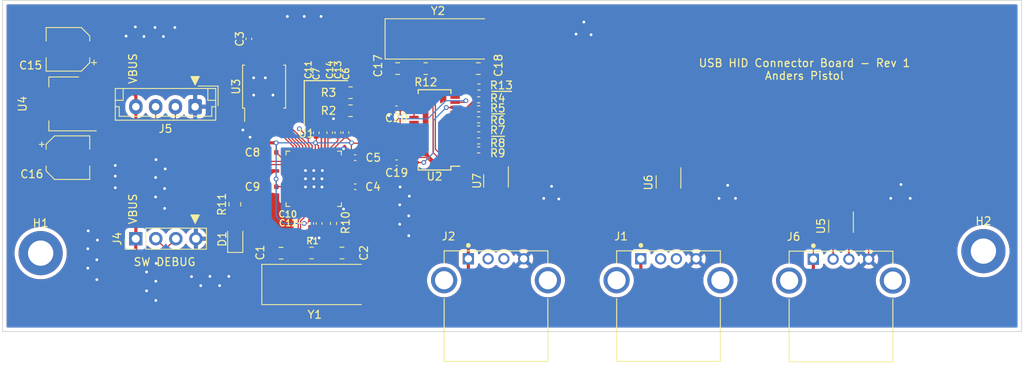
<source format=kicad_pcb>
(kicad_pcb (version 20211014) (generator pcbnew)
  (layers (0 "F.Cu" signal) (31 "B.Cu" signal) (34 "B.Paste" user) (35 "F.Paste" user) (36 "B.SilkS" user "B.Silkscreen") (37 "F.SilkS" user "F.Silkscreen") (38 "B.Mask" user) (39 "F.Mask" user) (44 "Edge.Cuts" user))
  (net 0 "")
  (net 29 "XIN")
  (net 30 "GND")
  (net 31 "Net-(C2-Pad1)")
  (net 32 "XOUT")
  (net 33 "USB_D-")
  (net 34 "USB_D+")
  (net 35 "USB_D3-")
  (net 36 "USB_D3+")
  (net 37 "USB_D2-")
  (net 38 "USB_D2+")
  (net 39 "USB_D1-")
  (net 40 "USB_D1+")
  (net 41 "RUN")
  (net 48 "+3V3")
  (net 49 "+1V1")
  (net 50 "VBUS")
  (net 51 "QSPI_SD3")
  (net 52 "QSPI_SCLK")
  (net 53 "QSPI_SD0")
  (net 54 "QSPI_SD2")
  (net 55 "QSPI_SD1")
  (net 56 "QSPI_CSN")
  (net 57 "SWCLK")
  (net 58 "SWD")
  (net 59 "Net-(C17-Pad1)")
  (net 60 "Net-(C18-Pad1)")
  (net 61 "/VD18")
  (net 62 "Net-(R12-Pad2)")
  (net 63 "Net-(R13-Pad2)")
  (net 64 "ESD_USB_D1-")
  (net 65 "ESD_USB_D1+")
  (net 66 "ESD_USB_D2-")
  (net 67 "ESD_USB_D2+")
  (net 68 "ESD_USB_D3-")
  (net 69 "ESD_USB_D3+")
  (net 72 "UART_TX")
  (net 73 "UART_RX")
  (net 74 "/D1+")
  (net 75 "/D1-")
  (net 76 "/D2+")
  (net 77 "/D2-")
  (net 78 "/D3+")
  (net 79 "/D3-")
  (net 80 "D-")
  (net 81 "D+")
  (net 85 "Net-(D1-Pad1)")
  (net 86 "STATUS_LED")
  (footprint "Connector_JST:JST_EH_B4B-EH-A_1x04_P2.50mm_Vertical" (layer "F.Cu") (at 73.914 69.596 180)
    (fp_text reference "J5")
    (fp_text value "Conn_01x04_Male")
  )
  (footprint "Package_TO_SOT_SMD:SOT-23-6" (layer "F.Cu") (at 133.858 79.121 -90)
    (fp_text reference "U6")
    (fp_text value "USBLC6-2SC6")
  )
  (footprint "Resistor_SMD:R_0402_1005Metric" (layer "F.Cu") (at 109.8204 68.7197)
    (fp_text reference "R4")
    (fp_text value "27")
  )
  (footprint "Capacitor_SMD:C_0805_2012Metric" (layer "F.Cu") (at 84.794089 88.145457 180)
    (fp_text reference "C1")
    (fp_text value "27pF")
  )
  (footprint "LED_SMD:LED_0805_2012Metric" (layer "F.Cu") (at 78.994 86.36 90)
    (fp_text reference "D1")
    (fp_text value "LED")
  )
  (footprint "Capacitor_SMD:C_0402_1005Metric" (layer "F.Cu") (at 91.9988 72.880057 90)
    (fp_text reference "C13")
    (fp_text value "1uF")
  )
  (footprint "Crystal:Crystal_SMD_HC49-SD" (layer "F.Cu") (at 89.061289 92.107857)
    (fp_text reference "Y1")
    (fp_text value "12MHz")
  )
  (footprint "Capacitor_SMD:C_0402_1005Metric" (layer "F.Cu") (at 94.1832 79.738057)
    (fp_text reference "C4")
    (fp_text value "100nF")
  )
  (footprint "Capacitor_SMD:C_0402_1005Metric" (layer "F.Cu") (at 93.0148 72.880057 90)
    (fp_text reference "C6")
    (fp_text value "100nF")
  )
  (footprint "Package_SO:SSOP-28_3.9x9.9mm_P0.635mm" (layer "F.Cu") (at 104.2324 72.5297 180)
    (fp_text reference "U2")
    (fp_text value "FE1.1s")
  )
  (footprint "Capacitor_SMD:CP_Elec_5x5.3" (layer "F.Cu") (at 57.8104 62.3316 180)
    (fp_text reference "C15")
    (fp_text value "10uF")
  )
  (footprint "Resistor_SMD:R_0805_2012Metric" (layer "F.Cu") (at 103.1118 64.77)
    (fp_text reference "R12")
    (fp_text value "1k")
  )
  (footprint "Resistor_SMD:R_0402_1005Metric" (layer "F.Cu") (at 109.8204 75.0697)
    (fp_text reference "R9")
    (fp_text value "27")
  )
  (footprint "Resistor_SMD:R_0805_2012Metric" (layer "F.Cu") (at 93.599 70.104)
    (fp_text reference "R2")
    (fp_text value "27")
  )
  (footprint "Capacitor_SMD:C_0805_2012Metric" (layer "F.Cu") (at 92.505489 88.120057)
    (fp_text reference "C2")
    (fp_text value "27pF")
  )
  (footprint "Capacitor_SMD:C_0402_1005Metric" (layer "F.Cu") (at 83.7184 75.3872 180)
    (fp_text reference "C8")
    (fp_text value "100nF")
  )
  (footprint "Capacitor_SMD:C_0402_1005Metric" (layer "F.Cu") (at 88.5444 84.3788 -90)
    (fp_text reference "C10")
    (fp_text value "100nF")
  )
  (footprint "292303-1:TE_292303-1" (layer "F.Cu") (at 130.358 88.8555)
    (fp_text reference "J1")
    (fp_text value "292303-1")
  )
  (footprint "Capacitor_SMD:C_0402_1005Metric" (layer "F.Cu") (at 90.966289 72.880057 90)
    (fp_text reference "C14")
    (fp_text value "1uF")
  )
  (footprint "292303-1:TE_292303-1" (layer "F.Cu") (at 108.514 88.8555)
    (fp_text reference "J2")
    (fp_text value "292303-1")
  )
  (footprint "Resistor_SMD:R_0402_1005Metric" (layer "F.Cu") (at 109.8204 69.8627)
    (fp_text reference "R5")
    (fp_text value "27")
  )
  (footprint "Package_TO_SOT_SMD:SOT-223-3_TabPin2" (layer "F.Cu") (at 57.3024 69.2404 180)
    (fp_text reference "U4")
    (fp_text value "AZ1117EH-3.3TRG1")
  )
  (footprint "Capacitor_SMD:C_0805_2012Metric" (layer "F.Cu") (at 109.7666 64.77)
    (fp_text reference "C18")
    (fp_text value "27pF")
  )
  (footprint "Package_SO:SOIC-8_5.23x5.23mm_P1.27mm" (layer "F.Cu") (at 82.6516 67.056 90)
    (fp_text reference "U3")
    (fp_text value "W25Q128JVS")
  )
  (footprint "Resistor_SMD:R_0402_1005Metric" (layer "F.Cu") (at 109.8204 73.9267)
    (fp_text reference "R8")
    (fp_text value "27")
  )
  (footprint "MountingHole:MountingHole_3.2mm_M3_DIN965_Pad" (layer "F.Cu") (at 173.736 87.884)
    (fp_text reference "H2")
    (fp_text value "MountingHole")
  )
  (footprint "Capacitor_SMD:C_0402_1005Metric" (layer "F.Cu") (at 80.7212 61.0108 90)
    (fp_text reference "C3")
    (fp_text value "100nF")
  )
  (footprint "Capacitor_SMD:CP_Elec_5x5.3" (layer "F.Cu") (at 57.8104 76.0476)
    (fp_text reference "C16")
    (fp_text value "100uF")
  )
  (footprint "Capacitor_SMD:C_0402_1005Metric" (layer "F.Cu") (at 99.4318 76.6953 180)
    (fp_text reference "C19")
    (fp_text value "10uF")
  )
  (footprint "Resistor_SMD:R_0402_1005Metric" (layer "F.Cu") (at 109.8204 71.2597)
    (fp_text reference "R6")
    (fp_text value "27")
  )
  (footprint "Capacitor_SMD:C_0402_1005Metric" (layer "F.Cu") (at 99.4064 69.8627 180)
    (fp_text reference "C20")
    (fp_text value "100nF")
  )
  (footprint "Resistor_SMD:R_0805_2012Metric" (layer "F.Cu") (at 88.652989 88.120057 180)
    (fp_text reference "R1")
    (fp_text value "1k")
  )
  (footprint "Package_TO_SOT_SMD:SOT-23-6" (layer "F.Cu") (at 112.014 78.994 -90)
    (fp_text reference "U7")
    (fp_text value "USBLC6-2SC6")
  )
  (footprint "Capacitor_SMD:C_0402_1005Metric" (layer "F.Cu") (at 94.1832 76.0476)
    (fp_text reference "C5")
    (fp_text value "100nF")
  )
  (footprint "Resistor_SMD:R_0805_2012Metric" (layer "F.Cu") (at 93.599 67.818)
    (fp_text reference "R3")
    (fp_text value "27")
  )
  (footprint "Crystal:Crystal_SMD_HC49-SD" (layer "F.Cu") (at 104.6694 61.0108)
    (fp_text reference "Y2")
    (fp_text value "12MHz")
  )
  (footprint "Package_TO_SOT_SMD:SOT-23-6" (layer "F.Cu") (at 155.702 84.7145 -90)
    (fp_text reference "U5")
    (fp_text value "USBLC6-2SC6")
  )
  (footprint "292303-1:TE_292303-1" (layer "F.Cu") (at 152.202 88.9)
    (fp_text reference "J6")
    (fp_text value "292303-1")
  )
  (footprint "Capacitor_SMD:C_0402_1005Metric" (layer "F.Cu") (at 88.2396 72.898 90)
    (fp_text reference "C11")
    (fp_text value "100nF")
  )
  (footprint "Resistor_SMD:R_0402_1005Metric" (layer "F.Cu") (at 109.8204 72.4027)
    (fp_text reference "R7")
    (fp_text value "27")
  )
  (footprint "Resistor_SMD:R_0402_1005Metric" (layer "F.Cu") (at 109.8654 67.1117 180)
    (fp_text reference "R13")
    (fp_text value "2.7k 1%")
  )
  (footprint "Capacitor_SMD:C_0805_2012Metric" (layer "F.Cu") (at 99.5558 64.77 180)
    (fp_text reference "C17")
    (fp_text value "27pF")
  )
  (footprint "Capacitor_SMD:C_0402_1005Metric" (layer "F.Cu") (at 89.6112 84.3788 -90)
    (fp_text reference "C12")
    (fp_text value "100nF")
  )
  (footprint "Capacitor_SMD:C_0402_1005Metric" (layer "F.Cu") (at 83.7184 79.738057 180)
    (fp_text reference "C9")
    (fp_text value "100nF")
  )
  (footprint "parts:QFN40P700X700X90-57N" (layer "F.Cu") (at 88.934289 78.722057)
    (fp_text reference "U1")
    (fp_text value "RP2040")
  )
  (footprint "Resistor_SMD:R_0805_2012Metric" (layer "F.Cu") (at 78.949 81.95 90)
    (fp_text reference "R11")
    (fp_text value "1k")
  )
  (footprint "Connector_PinHeader_2.54mm:PinHeader_1x04_P2.54mm_Vertical" (layer "F.Cu") (at 66.3956 86.3092 90)
    (fp_text reference "J4")
    (fp_text value "Conn_01x04_Male")
  )
  (footprint "Capacitor_SMD:C_0402_1005Metric" (layer "F.Cu") (at 89.2556 72.898 90)
    (fp_text reference "C7")
    (fp_text value "100nF")
  )
  (footprint "Resistor_SMD:R_0402_1005Metric" (layer "F.Cu") (at 91.44 84.3788 -90)
    (fp_text reference "R10")
    (fp_text value "10k")
  )
  (footprint "MountingHole:MountingHole_3.2mm_M3_DIN965_Pad" (layer "F.Cu") (at 54.356 88.138)
    (fp_text reference "H1")
    (fp_text value "MountingHole")
  )
  (gr_poly (pts (xy 73.406 65.786) (xy 74.422 65.786) (xy 73.914 66.802)) (layer "F.SilkS") (width 0.15) (fill solid))
  (gr_line (start 87.7316 66.294) (end 87.7316 71.8312) (layer "F.SilkS") (width 0.15))
  (gr_line (start 86.953089 84.335457) (end 87.867489 84.335457) (layer "F.SilkS") (width 0.15))
  (gr_line (start 111.4714 67.6529) (end 113.986 67.6529) (layer "F.SilkS") (width 0.15))
  (gr_line (start 93.218 66.294) (end 87.7316 66.294) (layer "F.SilkS") (width 0.15))
  (gr_line (start 111.4714 70.4977) (end 113.097 70.4977) (layer "F.SilkS") (width 0.15))
  (gr_poly (pts (xy 73.406 83.312) (xy 74.422 83.312) (xy 73.914 84.328)) (layer "F.SilkS") (width 0.15) (fill solid))
  (gr_line (start 111.4714 73.3425) (end 113.097 73.3425) (layer "F.SilkS") (width 0.15))
  (gr_rect (start 49.53 56.134) (end 178.562 98.0694) (layer "Edge.Cuts") (width 0.1) (fill none))
  (gr_text "VBUS" (at 66.04 64.77 90) (layer "F.SilkS") (effects (font (size 1 1))))
  (gr_text "SW DEBUG" (at 70.0532 89.2556) (layer "F.SilkS") (effects (font (size 1 1))))
  (gr_text "VBUS" (at 66.04 82.55 90) (layer "F.SilkS") (effects (font (size 1 1))))
  (gr_text "USB HID Connector Board - Rev 1\nAnders Pistol" (at 151.0792 64.8716) (layer "F.SilkS") (effects (font (size 1 1))))
  (segment (start 85.744089 89.887857) (end 84.811289 90.820657) (width 0.15) (layer "F.Cu") (net 29))
  (segment (start 88.334289 82.58286) (end 86.9696 83.947549) (width 0.15) (layer "F.Cu") (net 29))
  (segment (start 84.811289 90.820657) (end 84.811289 92.107857) (width 0.15) (layer "F.Cu") (net 29))
  (segment (start 85.744089 88.145457) (end 85.744089 89.887857) (width 0.15) (layer "F.Cu") (net 29))
  (segment (start 86.9696 85.487346) (end 85.744089 86.712857) (width 0.15) (layer "F.Cu") (net 29))
  (segment (start 88.334289 82.157057) (end 88.334289 82.58286) (width 0.15) (layer "F.Cu") (net 29))
  (segment (start 86.9696 83.947549) (end 86.9696 85.487346) (width 0.15) (layer "F.Cu") (net 29))
  (segment (start 85.744089 86.712857) (end 85.744089 88.145457) (width 0.15) (layer "F.Cu") (net 29))
  (segment (start 158.2 84.7205) (end 159.202 85.7225) (width 0.15) (layer "F.Cu") (net 30))
  (segment (start 112.4 79) (end 114.2 79) (width 0.15) (layer "F.Cu") (net 30))
  (segment (start 98.9264 70.2376) (end 98.9264 69.8627) (width 0.15) (layer "F.Cu") (net 30))
  (segment (start 155.7 84.4205) (end 156 84.7205) (width 0.15) (layer "F.Cu") (net 30))
  (segment (start 135.8 79.1) (end 137.358 80.658) (width 0.15) (layer "F.Cu") (net 30))
  (segment (start 159.202 85.7225) (end 159.202 88.9) (width 0.15) (layer "F.Cu") (net 30))
  (segment (start 155.7 83.821151) (end 155.7 84.4205) (width 0.15) (layer "F.Cu") (net 30))
  (segment (start 98.4504 70.7136) (end 98.9264 70.2376) (width 0.15) (layer "F.Cu") (net 30))
  (segment (start 103.1783 76.0222) (end 103.8133 76.6572) (width 0.15) (layer "F.Cu") (net 30))
  (segment (start 112.014 77.8565) (end 112.014 78.614) (width 0.15) (layer "F.Cu") (net 30))
  (segment (start 133.858 78.758) (end 134.2 79.1) (width 0.15) (layer "F.Cu") (net 30))
  (segment (start 134.2 79.1) (end 135.8 79.1) (width 0.15) (layer "F.Cu") (net 30))
  (segment (start 103.8133 76.6572) (end 106.8324 76.6572) (width 0.15) (layer "F.Cu") (net 30))
  (segment (start 112.014 78.614) (end 112.4 79) (width 0.15) (layer "F.Cu") (net 30))
  (segment (start 137.358 80.658) (end 137.358 83.536) (width 0.15) (layer "F.Cu") (net 30))
  (segment (start 114.2 79) (end 115.514 80.314) (width 0.15) (layer "F.Cu") (net 30))
  (segment (start 87.934289 79.804857) (end 87.892889 79.763457) (width 0.15) (layer "F.Cu") (net 30))
  (segment (start 156 84.7205) (end 158.2 84.7205) (width 0.15) (layer "F.Cu") (net 30))
  (segment (start 133.858 77.9835) (end 133.858 78.758) (width 0.15) (layer "F.Cu") (net 30))
  (segment (start 115.514 80.314) (end 115.514 83.536) (width 0.15) (layer "F.Cu") (net 30))
  (segment (start 101.6324 76.0222) (end 103.1783 76.0222) (width 0.15) (layer "F.Cu") (net 30))
  (segment (start 87.934289 82.157057) (end 87.934289 79.804857) (width 0.15) (layer "F.Cu") (net 30))
  (segment (start 155.702 83.819151) (end 155.7 83.821151) (width 0.15) (layer "F.Cu") (net 30))
  (segment (start 155.702 83.577) (end 155.702 83.819151) (width 0.15) (layer "F.Cu") (net 30))
  (via (at 68.9102 81.026) (size 0.6) (drill 0.35) (layers "F.Cu" "B.Cu") (net 30))
  (via (at 142.3416 81.2038) (size 0.6) (drill 0.35) (layers "F.Cu" "B.Cu") (net 30))
  (via (at 61.468 88.9762) (size 0.6) (drill 0.35) (layers "F.Cu" "B.Cu") (net 30))
  (via (at 78.1812 91.0844) (size 0.6) (drill 0.35) (layers "F.Cu" "B.Cu") (net 30))
  (via (at 74.6252 92.2528) (size 0.6) (drill 0.35) (layers "F.Cu" "B.Cu") (net 30))
  (via (at 99.8728 79.756) (size 0.6) (drill 0.35) (layers "F.Cu" "B.Cu") (net 30))
  (via (at 73.4568 91.1098) (size 0.6) (drill 0.35) (layers "F.Cu" "B.Cu") (net 30))
  (via (at 66.3448 59.4868) (size 0.6) (drill 0.35) (layers "F.Cu" "B.Cu") (net 30))
  (via (at 92.71 74.93) (size 0.6) (drill 0.35) (layers "F.Cu" "B.Cu") (net 30))
  (via (at 123.1392 58.8772) (size 0.6) (drill 0.35) (layers "F.Cu" "B.Cu") (net 30))
  (via (at 141.351 79.5528) (size 0.6) (drill 0.35) (layers "F.Cu" "B.Cu") (net 30))
  (via (at 87.892889 79.763457) (size 0.6) (drill 0.35) (layers "F.Cu" "B.Cu") (net 30))
  (via (at 88.6968 86.2076) (size 0.6) (drill 0.35) (layers "F.Cu" "B.Cu") (net 30))
  (via (at 61.5442 86.487) (size 0.6) (drill 0.35) (layers "F.Cu" "B.Cu") (net 30))
  (via (at 81.3308 65.9384) (size 0.6) (drill 0.35) (layers "F.Cu" "B.Cu") (net 30))
  (via (at 162.0012 81.2038) (size 0.6) (drill 0.35) (layers "F.Cu" "B.Cu") (net 30))
  (via (at 164.465 81.2038) (size 0.6) (drill 0.35) (layers "F.Cu" "B.Cu") (net 30))
  (via (at 88.959689 79.738057) (size 0.6) (drill 0.35) (layers "F.Cu" "B.Cu") (net 30))
  (via (at 68.9864 89.4334) (size 0.6) (drill 0.35) (layers "F.Cu" "B.Cu") (net 30))
  (via (at 119.0498 79.6798) (size 0.6) (drill 0.35) (layers "F.Cu" "B.Cu") (net 30))
  (via (at 124.0536 60.4774) (size 0.6) (drill 0.35) (layers "F.Cu" "B.Cu") (net 30))
  (via (at 91.44 71.12) (size 0.6) (drill 0.35) (layers "F.Cu" "B.Cu") (net 30))
  (via (at 68.9356 91.694) (size 0.6) (drill 0.35) (layers "F.Cu" "B.Cu") (net 30))
  (via (at 68.9356 94.1324) (size 0.6) (drill 0.35) (layers "F.Cu" "B.Cu") (net 30))
  (via (at 99.822 82.0166) (size 0.6) (drill 0.35) (layers "F.Cu" "B.Cu") (net 30))
  (via (at 83.7692 68.1228) (size 0.6) (drill 0.35) (layers "F.Cu" "B.Cu") (net 30))
  (via (at 60.325 90.043) (size 0.6) (drill 0.35) (layers "F.Cu" "B.Cu") (net 30))
  (via (at 67.7672 90.5256) (size 0.6) (drill 0.35) (layers "F.Cu" "B.Cu") (net 30))
  (via (at 87.892889 78.722057) (size 0.6) (drill 0.35) (layers "F.Cu" "B.Cu") (net 30))
  (via (at 88.934289 78.722057) (size 0.6) (drill 0.35) (layers "F.Cu" "B.Cu") (net 30))
  (via (at 87.7316 58.166) (size 0.6) (drill 0.35) (layers "F.Cu" "B.Cu") (net 30))
  (via (at 101.0412 80.9244) (size 0.6) (drill 0.35) (layers "F.Cu" "B.Cu") (net 30))
  (via (at 67.7672 92.9132) (size 0.6) (drill 0.35) (layers "F.Cu" "B.Cu") (net 30))
  (via (at 99.822 84.4804) (size 0.6) (drill 0.35) (layers "F.Cu" "B.Cu") (net 30))
  (via (at 68.961 76.3016) (size 0.6) (drill 0.35) (layers "F.Cu" "B.Cu") (net 30))
  (via (at 63.8048 77.0382) (size 0.6) (drill 0.35) (layers "F.Cu" "B.Cu") (net 30))
  (via (at 70.0532 82.4738) (size 0.6) (drill 0.35) (layers "F.Cu" "B.Cu") (net 30))
  (via (at 118.0592 81.2038) (size 0.6) (drill 0.35) (layers "F.Cu" "B.Cu") (net 30))
  (via (at 89.8652 58.166) (size 0.6) (drill 0.35) (layers "F.Cu" "B.Cu") (net 30))
  (via (at 98.4504 70.7136) (size 0.6) (drill 0.35) (layers "F.Cu" "B.Cu") (net 30))
  (via (at 63.8048 79.8576) (size 0.6) (drill 0.35) (layers "F.Cu" "B.Cu") (net 30))
  (via (at 92.71 82.55) (size 0.6) (drill 0.35) (layers "F.Cu" "B.Cu") (net 30))
  (via (at 89.975689 79.763457) (size 0.6) (drill 0.35) (layers "F.Cu" "B.Cu") (net 30))
  (via (at 100.965 83.4136) (size 0.6) (drill 0.35) (layers "F.Cu" "B.Cu") (net 30))
  (via (at 87.892889 77.680657) (size 0.6) (drill 0.35) (layers "F.Cu" "B.Cu") (net 30))
  (via (at 77.0128 92.2528) (size 0.6) (drill 0.35) (layers "F.Cu" "B.Cu") (net 30))
  (via (at 163.2966 79.4512) (size 0.6) (drill 0.35) (layers "F.Cu" "B.Cu") (net 30))
  (via (at 81.3308 68.1228) (size 0.6) (drill 0.35) (layers "F.Cu" "B.Cu") (net 30))
  (via (at 82.804 65.9384) (size 0.6) (drill 0.35) (layers "F.Cu" "B.Cu") (net 30))
  (via (at 100.965 85.9282) (size 0.6) (drill 0.35) (layers "F.Cu" "B.Cu") (net 30))
  (via (at 79.9592 72.5424) (size 0.6) (drill 0.35) (layers "F.Cu" "B.Cu") (net 30))
  (via (at 70.0532 79.9592) (size 0.6) (drill 0.35) (layers "F.Cu" "B.Cu") (net 30))
  (via (at 85.598 58.166) (size 0.6) (drill 0.35) (layers "F.Cu" "B.Cu") (net 30))
  (via (at 70.1294 77.47) (size 0.6) (drill 0.35) (layers "F.Cu" "B.Cu") (net 30))
  (via (at 60.325 87.5792) (size 0.6) (drill 0.35) (layers "F.Cu" "B.Cu") (net 30))
  (via (at 67.437 60.706) (size 0.6) (drill 0.35) (layers "F.Cu" "B.Cu") (net 30))
  (via (at 89.975689 78.722057) (size 0.6) (drill 0.35) (layers "F.Cu" "B.Cu") (net 30))
  (via (at 89.6112 86.2076) (size 0.6) (drill 0.35) (layers "F.Cu" "B.Cu") (net 30))
  (via (at 68.834 59.563) (size 0.6) (drill 0.35) (layers "F.Cu" "B.Cu") (net 30))
  (via (at 63.8048 78.3844) (size 0.6) (drill 0.35) (layers "F.Cu" "B.Cu") (net 30))
  (via (at 75.7936 91.0844) (size 0.6) (drill 0.35) (layers "F.Cu" "B.Cu") (net 30))
  (via (at 61.468 91.4908) (size 0.6) (drill 0.35) (layers "F.Cu" "B.Cu") (net 30))
  (via (at 80.8736 73.4568) (size 0.6) (drill 0.35) (layers "F.Cu" "B.Cu") (net 30))
  (via (at 88.934289 77.680657) (size 0.6) (drill 0.35) (layers "F.Cu" "B.Cu") (net 30))
  (via (at 140.2588 81.2038) (size 0.6) (drill 0.35) (layers "F.Cu" "B.Cu") (net 30))
  (via (at 71.3486 59.563) (size 0.6) (drill 0.35) (layers "F.Cu" "B.Cu") (net 30))
  (via (at 69.9008 60.706) (size 0.6) (drill 0.35) (layers "F.Cu" "B.Cu") (net 30))
  (via (at 65.1764 60.6552) (size 0.6) (drill 0.35) (layers "F.Cu" "B.Cu") (net 30))
  (via (at 122.1486 60.4012) (size 0.6) (drill 0.35) (layers "F.Cu" "B.Cu") (net 30))
  (via (at 119.9642 81.28) (size 0.6) (drill 0.35) (layers "F.Cu" "B.Cu") (net 30))
  (via (at 60.3758 85.3186) (size 0.6) (drill 0.35) (layers "F.Cu" "B.Cu") (net 30))
  (via (at 90.026489 77.680657) (size 0.6) (drill 0.35) (layers "F.Cu" "B.Cu") (net 30))
  (via (at 68.9102 78.5622) (size 0.6) (drill 0.35) (layers "F.Cu" "B.Cu") (net 30))
  (segment (start 93.311289 90.922257) (end 91.555489 89.166457) (width 0.15) (layer "F.Cu") (net 31))
  (segment (start 89.565489 88.120057) (end 91.555489 88.120057) (width 0.15) (layer "F.Cu") (net 31))
  (segment (start 93.311289 92.107857) (end 93.311289 90.922257) (width 0.15) (layer "F.Cu") (net 31))
  (segment (start 91.555489 89.166457) (end 91.555489 88.120057) (width 0.15) (layer "F.Cu") (net 31))
  (segment (start 88.734289 82.157057) (end 88.734289 82.606445) (width 0.15) (layer "F.Cu") (net 32))
  (segment (start 88.734289 82.606445) (end 87.2744 84.066334) (width 0.15) (layer "F.Cu") (net 32))
  (segment (start 87.2744 87.653968) (end 87.740489 88.120057) (width 0.15) (layer "F.Cu") (net 32))
  (segment (start 87.2744 84.066334) (end 87.2744 87.653968) (width 0.15) (layer "F.Cu") (net 32))
  (segment (start 97.900395 69.185998) (end 98.626157 69.186) (width 0.2) (layer "F.Cu") (net 33))
  (segment (start 96.400399 69.485998) (end 96.400399 69.136001) (width 0.2) (layer "F.Cu") (net 33))
  (segment (start 95.429499 69.186001) (end 95.500401 69.186001) (width 0.2) (layer "F.Cu") (net 33))
  (segment (start 97.900394 69.185998) (end 97.900395 69.185998) (width 0.2) (layer "F.Cu") (net 33))
  (segment (start 96.4504 69.086002) (end 96.450399 69.086002) (width 0.2) (layer "F.Cu") (net 33))
  (segment (start 98.626157 69.186) (end 99.8256 69.186) (width 0.2) (layer "F.Cu") (net 33))
  (segment (start 96.450399 69.086002) (end 96.950398 69.086003) (width 0.2) (layer "F.Cu") (net 33))
  (segment (start 94.5115 70.104) (end 95.429499 69.186001) (width 0.2) (layer "F.Cu") (net 33))
  (segment (start 95.8004 69.486) (end 95.800401 69.486) (width 0.2) (layer "F.Cu") (net 33))
  (segment (start 100.6094 68.4022) (end 101.6324 68.4022) (width 0.2) (layer "F.Cu") (net 33))
  (segment (start 97.000398 69.136003) (end 97.000397 69.186003) (width 0.2) (layer "F.Cu") (net 33))
  (segment (start 96.4004 69.885998) (end 96.400399 69.485998) (width 0.2) (layer "F.Cu") (net 33))
  (segment (start 97.600396 69.885999) (end 97.600395 69.485999) (width 0.2) (layer "F.Cu") (net 33))
  (segment (start 97.000397 69.186003) (end 97.000397 69.886) (width 0.2) (layer "F.Cu") (net 33))
  (segment (start 99.8256 69.186) (end 100.6094 68.4022) (width 0.2) (layer "F.Cu") (net 33))
  (segment (start 95.800401 69.486) (end 95.800401 69.885999) (width 0.2) (layer "F.Cu") (net 33))
  (arc (start 97.300397 70.186) (mid 97.512529 70.098131) (end 97.600396 69.885999) (width 0.2) (layer "F.Cu") (net 33))
  (arc (start 96.950398 69.086003) (mid 96.985753 69.100648) (end 97.000398 69.136003) (width 0.2) (layer "F.Cu") (net 33))
  (arc (start 97.000397 69.886) (mid 97.088265 70.098132) (end 97.300397 70.186) (width 0.2) (layer "F.Cu") (net 33))
  (arc (start 95.800401 69.885999) (mid 95.888269 70.098131) (end 96.100401 70.185999) (width 0.2) (layer "F.Cu") (net 33))
  (arc (start 96.100401 70.185999) (mid 96.312533 70.09813) (end 96.4004 69.885998) (width 0.2) (layer "F.Cu") (net 33))
  (arc (start 95.500401 69.186001) (mid 95.712532 69.273869) (end 95.8004 69.486) (width 0.2) (layer "F.Cu") (net 33))
  (arc (start 97.600395 69.485999) (mid 97.688262 69.273867) (end 97.900394 69.185998) (width 0.2) (layer "F.Cu") (net 33))
  (arc (start 96.400399 69.136001) (mid 96.415044 69.100646) (end 96.4504 69.086002) (width 0.2) (layer "F.Cu") (net 33))
  (segment (start 95.429499 68.735999) (end 99.781304 68.736) (width 0.2) (layer "F.Cu") (net 34))
  (segment (start 94.5115 67.818) (end 95.429499 68.735999) (width 0.2) (layer "F.Cu") (net 34))
  (segment (start 100.800904 67.7164) (end 102.4636 67.7164) (width 0.2) (layer "F.Cu") (net 34))
  (segment (start 99.781304 68.736) (end 100.800904 67.7164) (width 0.2) (layer "F.Cu") (net 34))
  (segment (start 102.4636 67.7164) (end 102.7176 67.9704) (width 0.2) (layer "F.Cu") (net 34))
  (segment (start 102.7176 68.8848) (end 102.5652 69.0372) (width 0.2) (layer "F.Cu") (net 34))
  (segment (start 102.5652 69.0372) (end 101.6324 69.0372) (width 0.2) (layer "F.Cu") (net 34))
  (segment (start 102.7176 67.9704) (end 102.7176 68.8848) (width 0.2) (layer "F.Cu") (net 34))
  (segment (start 110.3304 75.0697) (end 110.837003 75.0697) (width 0.2) (layer "F.Cu") (net 35))
  (segment (start 111.788999 76.853995) (end 111.46448 77.178514) (width 0.2) (layer "F.Cu") (net 35))
  (segment (start 111.46448 77.45602) (end 111.064 77.8565) (width 0.2) (layer "F.Cu") (net 35))
  (segment (start 111.46448 77.178514) (end 111.46448 77.45602) (width 0.2) (layer "F.Cu") (net 35))
  (segment (start 111.788999 76.021696) (end 111.788999 76.853995) (width 0.2) (layer "F.Cu") (net 35))
  (segment (start 110.837003 75.0697) (end 111.788999 76.021696) (width 0.2) (layer "F.Cu") (net 35))
  (segment (start 112.239001 75.835301) (end 112.239001 76.853995) (width 0.2) (layer "F.Cu") (net 36))
  (segment (start 112.56352 77.45602) (end 112.964 77.8565) (width 0.2) (layer "F.Cu") (net 36))
  (segment (start 112.56352 77.178514) (end 112.56352 77.45602) (width 0.2) (layer "F.Cu") (net 36))
  (segment (start 110.3304 73.9267) (end 112.239001 75.835301) (width 0.2) (layer "F.Cu") (net 36))
  (segment (start 112.239001 76.853995) (end 112.56352 77.178514) (width 0.2) (layer "F.Cu") (net 36))
  (segment (start 110.3304 72.4027) (end 110.676899 72.056201) (width 0.2) (layer "F.Cu") (net 37))
  (segment (start 128.545801 72.056201) (end 132.908 76.4184) (width 0.2) (layer "F.Cu") (net 37))
  (segment (start 110.676899 72.056201) (end 128.545801 72.056201) (width 0.2) (layer "F.Cu") (net 37))
  (segment (start 132.908 76.4184) (end 132.908 77.9835) (width 0.2) (layer "F.Cu") (net 37))
  (segment (start 128.708205 71.606199) (end 134.808 77.705994) (width 0.2) (layer "F.Cu") (net 38))
  (segment (start 110.3304 71.2597) (end 110.676899 71.606199) (width 0.2) (layer "F.Cu") (net 38))
  (segment (start 110.676899 71.606199) (end 128.708205 71.606199) (width 0.2) (layer "F.Cu") (net 38))
  (segment (start 134.808 77.705994) (end 134.808 77.9835) (width 0.2) (layer "F.Cu") (net 38))
  (segment (start 110.676899 69.516201) (end 131.555001 69.516201) (width 0.2) (layer "F.Cu") (net 39))
  (segment (start 110.3304 69.8627) (end 110.676899 69.516201) (width 0.2) (layer "F.Cu") (net 39))
  (segment (start 131.555001 69.516201) (end 137.1938 75.155) (width 0.2) (layer "F.Cu") (net 39))
  (segment (start 155.448 81.534) (end 154.752 82.23) (width 0.2) (layer "F.Cu") (net 39))
  (segment (start 137.1938 75.155) (end 153.314103 75.155) (width 0.2) (layer "F.Cu") (net 39))
  (segment (start 155.448 77.288897) (end 155.448 81.534) (width 0.2) (layer "F.Cu") (net 39))
  (segment (start 153.314103 75.155) (end 155.448 77.288897) (width 0.2) (layer "F.Cu") (net 39))
  (segment (start 154.752 82.23) (end 154.752 83.577) (width 0.2) (layer "F.Cu") (net 39))
  (segment (start 110.676899 69.066199) (end 131.741399 69.066199) (width 0.2) (layer "F.Cu") (net 40))
  (segment (start 155.956 81.534) (end 156.652 82.23) (width 0.2) (layer "F.Cu") (net 40))
  (segment (start 153.5005 74.705) (end 155.956 77.1605) (width 0.2) (layer "F.Cu") (net 40))
  (segment (start 156.652 82.23) (end 156.652 83.577) (width 0.2) (layer "F.Cu") (net 40))
  (segment (start 137.3802 74.705) (end 153.5005 74.705) (width 0.2) (layer "F.Cu") (net 40))
  (segment (start 131.741399 69.066199) (end 137.3802 74.705) (width 0.2) (layer "F.Cu") (net 40))
  (segment (start 110.3304 68.7197) (end 110.676899 69.066199) (width 0.2) (layer "F.Cu") (net 40))
  (segment (start 155.956 77.1605) (end 155.956 81.534) (width 0.2) (layer "F.Cu") (net 40))
  (segment (start 90.734289 82.157057) (end 90.734289 82.785699) (width 0.15) (layer "F.Cu") (net 41))
  (segment (start 90.734289 82.785699) (end 91.44 83.49141) (width 0.15) (layer "F.Cu") (net 41))
  (segment (start 91.44 83.49141) (end 91.44 83.8688) (width 0.15) (layer "F.Cu") (net 41))
  (segment (start 93.6872 79.722057) (end 93.7032 79.738057) (width 0.15) (layer "F.Cu") (net 48))
  (segment (start 89.2556 73.378) (end 89.2556 74.0664) (width 0.15) (layer "F.Cu") (net 48))
  (segment (start 92.369289 79.722057) (end 93.6872 79.722057) (width 0.15) (layer "F.Cu") (net 48))
  (segment (start 99.8864 70.8524) (end 99.8864 69.8627) (width 0.15) (layer "F.Cu") (net 48))
  (segment (start 100.5332 75.3872) (end 101.6324 75.3872) (width 0.15) (layer "F.Cu") (net 48))
  (segment (start 89.134289 82.814657) (end 88.5444 83.404546) (width 0.15) (layer "F.Cu") (net 48))
  (segment (start 91.9988 73.360057) (end 91.9988 73.8632) (width 0.15) (layer "F.Cu") (net 48))
  (segment (start 89.534289 75.287057) (end 89.534289 74.548289) (width 0.15) (layer "F.Cu") (net 48))
  (segment (start 93.7032 79.738057) (end 93.7032 76.0476) (width 0.15) (layer "F.Cu") (net 48))
  (segment (start 89.134289 74.187711) (end 89.154 74.168) (width 0.15) (layer "F.Cu") (net 48))
  (segment (start 78.1812 60.7568) (end 78.1812 60.706) (width 0.15) (layer "F.Cu") (net 48))
  (segment (start 89.134289 75.287057) (end 89.134289 74.187711) (width 0.15) (layer "F.Cu") (net 48))
  (segment (start 51.7144 59.182) (end 53.086 57.8104) (width 0.4) (layer "F.Cu") (net 48))
  (segment (start 91.948 74.422) (end 91.952857 74.422) (width 0.15) (layer "F.Cu") (net 48))
  (segment (start 93.7032 74.048457) (end 93.0148 73.360057) (width 0.15) (layer "F.Cu") (net 48))
  (segment (start 87.7316 84.3788) (end 88.0644 84.3788) (width 0.15) (layer "F.Cu") (net 48))
  (segment (start 78.1812 58.4708) (end 78.1812 60.706) (width 0.4) (layer "F.Cu") (net 48))
  (segment (start 91.134289 74.727711) (end 91.134289 75.287057) (width 0.15) (layer "F.Cu") (net 48))
  (segment (start 89.534289 74.548289) (end 89.154 74.168) (width 0.15) (layer "F.Cu") (net 48))
  (segment (start 54.1524 69.2404) (end 51.7144 66.8024) (width 0.4) (layer "F.Cu") (net 48))
  (segment (start 78.1812 72.7964) (end 79.5528 74.168) (width 0.4) (layer "F.Cu") (net 48))
  (segment (start 89.134289 82.157057) (end 89.134289 82.814657) (width 0.15) (layer "F.Cu") (net 48))
  (segment (start 79.5528 74.168) (end 84.1756 74.168) (width 0.4) (layer "F.Cu") (net 48))
  (segment (start 99.8728 70.866) (end 99.8864 70.8524) (width 0.15) (layer "F.Cu") (net 48))
  (segment (start 60.4524 69.2404) (end 54.1524 69.2404) (width 1) (layer "F.Cu") (net 48))
  (segment (start 84.933257 76.122057) (end 84.1984 75.3872) (width 0.15) (layer "F.Cu") (net 48))
  (segment (start 91.9988 73.8632) (end 91.134289 74.727711) (width 0.15) (layer "F.Cu") (net 48))
  (segment (start 54.1524 72.6944) (end 54.1524 69.2404) (width 0.4) (layer "F.Cu") (net 48))
  (segment (start 89.2556 74.0664) (end 89.154 74.168) (width 0.15) (layer "F.Cu") (net 48))
  (segment (start 85.499289 79.722057) (end 84.2144 79.722057) (width 0.15) (layer "F.Cu") (net 48))
  (segment (start 88.0644 84.3788) (end 88.5444 83.8988) (width 0.15) (layer "F.Cu") (net 48))
  (segment (start 91.44 84.8888) (end 92.0476 84.8888) (width 0.15) (layer "F.Cu") (net 48))
  (segment (start 80.7212 63.4306) (end 80.7466 63.456) (width 0.15) (layer "F.Cu") (net 48))
  (segment (start 77.5208 57.8104) (end 78.1812 58.4708) (width 0.4) (layer "F.Cu") (net 48))
  (segment (start 96.52 74.2188) (end 93.7768 74.2188) (width 0.15) (layer "F.Cu") (net 48))
  (segment (start 92.369289 76.122057) (end 93.628743 76.122057) (width 0.15) (layer "F.Cu") (net 48))
  (segment (start 85.499289 76.122057) (end 84.933257 76.122057) (width 0.15) (layer "F.Cu") (net 48))
  (segment (start 101.6324 69.6722) (end 101.6324 70.3072) (width 0.15) (layer "F.Cu") (net 48))
  (segment (start 84.2144 79.722057) (end 84.1984 79.738057) (width 0.15) (layer "F.Cu") (net 48))
  (segment (start 88.5444 83.404546) (end 88.5444 83.8988) (width 0.15) (layer "F.Cu") (net 48))
  (segment (start 93.628743 76.122057) (end 93.7032 76.0476) (width 0.15) (layer "F.Cu") (net 48))
  (segment (start 101.6324 70.9422) (end 101.6324 70.3072) (width 0.15) (layer "F.Cu") (net 48))
  (segment (start 99.8728 70.866) (end 96.52 74.2188) (width 0.15) (layer "F.Cu") (net 48))
  (segment (start 93.7032 83.2332) (end 93.7032 79.738057) (width 0.15) (layer "F.Cu") (net 48))
  (segment (start 106.8324 69.0372) (end 108.0008 69.0372) (width 0.15) (layer "F.Cu") (net 48))
  (segment (start 91.952857 74.422) (end 93.0148 73.360057) (width 0.15) (layer "F.Cu") (net 48))
  (segment (start 91.9988 73.360057) (end 93.0148 73.360057) (width 0.15) (layer "F.Cu") (net 48))
  (segment (start 80.7212 61.4908) (end 80.7212 63.4306) (width 0.15) (layer "F.Cu") (net 48))
  (segment (start 91.534289 75.287057) (end 91.534289 74.835711) (width 0.15) (layer "F.Cu") (net 48))
  (segment (start 84.1984 74.1908) (end 84.1756 74.168) (width 0.15) (layer "F.Cu") (net 48))
  (segment (start 93.7032 76.0476) (end 93.7032 74.048457) (width 0.15) (layer "F.Cu") (net 48))
  (segment (start 53.086 57.8104) (end 77.5208 57.8104) (width 0.4) (layer "F.Cu") (net 48))
  (segment (start 84.1756 78.74) (end 84.1984 78.7628) (width 0.15) (layer "F.Cu") (net 48))
  (segment (start 100.0769 69.6722) (end 99.8864 69.8627) (width 0.15) (layer "F.Cu") (net 48))
  (segment (start 108.0008 69.0372) (end 108.204 68.834) (width 0.15) (layer "F.Cu") (net 48))
  (segment (start 78.9152 61.4908) (end 80.7212 61.4908) (width 0.15) (layer "F.Cu") (net 48))
  (segment (start 55.6104 76.0476) (end 55.6104 74.1524) (width 0.4) (layer "F.Cu") (net 48))
  (segment (start 51.7144 66.8024) (end 51.7144 59.182) (width 0.4) (layer "F.Cu") (net 48))
  (segment (start 99.8728 70.866) (end 99.8728 74.7268) (width 0.15) (layer "F.Cu") (net 48))
  (segment (start 101.6324 69.6722) (end 100.0769 69.6722) (width 0.15) (layer "F.Cu") (net 48))
  (segment (start 92.0476 84.8888) (end 93.7032 83.2332) (width 0.15) (layer "F.Cu") (net 48))
  (segment (start 55.6104 74.1524) (end 54.1524 72.6944) (width 0.4) (layer "F.Cu") (net 48))
  (segment (start 99.8728 74.7268) (end 100.5332 75.3872) (width 0.15) (layer "F.Cu") (net 48))
  (segment (start 78.1812 60.706) (end 78.1812 72.7964) (width 0.4) (layer "F.Cu") (net 48))
  (segment (start 84.1984 75.3872) (end 84.1984 74.1908) (width 0.15) (layer "F.Cu") (net 48))
  (segment (start 91.534289 74.835711) (end 91.948 74.422) (width 0.15) (layer "F.Cu") (net 48))
  (segment (start 93.7768 74.2188) (end 93.726 74.168) (width 0.15) (layer "F.Cu") (net 48))
  (segment (start 84.1984 78.7628) (end 84.1984 79.738057) (width 0.15) (layer "F.Cu") (net 48))
  (segment (start 78.9152 61.4908) (end 78.1812 60.7568) (width 0.15) (layer "F.Cu") (net 48))
  (via (at 93.726 74.168) (size 0.6) (drill 0.35) (layers "F.Cu" "B.Cu") (net 48))
  (via (at 89.154 74.168) (size 0.6) (drill 0.35) (layers "F.Cu" "B.Cu") (net 48))
  (via (at 84.1756 78.74) (size 0.6) (drill 0.35) (layers "F.Cu" "B.Cu") (net 48))
  (via (at 99.8728 70.866) (size 0.6) (drill 0.35) (layers "F.Cu" "B.Cu") (net 48))
  (via (at 84.1756 74.168) (size 0.6) (drill 0.35) (layers "F.Cu" "B.Cu") (net 48))
  (via (at 87.7316 84.3788) (size 0.6) (drill 0.35) (layers "F.Cu" "B.Cu") (net 48))
  (via (at 108.204 68.834) (size 0.6) (drill 0.35) (layers "F.Cu" "B.Cu") (net 48))
  (segment (start 105.664 68.834) (end 108.204 68.834) (width 0.15) (layer "B.Cu") (net 48))
  (segment (start 84.1756 78.74) (end 84.1756 83.4644) (width 0.15) (layer "B.Cu") (net 48))
  (segment (start 103.378 71.12) (end 105.664 68.834) (width 0.15) (layer "B.Cu") (net 48))
  (segment (start 84.1756 74.168) (end 89.154 74.168) (width 0.15) (layer "B.Cu") (net 48))
  (segment (start 85.09 84.3788) (end 87.7316 84.3788) (width 0.15) (layer "B.Cu") (net 48))
  (segment (start 84.1756 78.74) (end 84.1756 74.168) (width 0.15) (layer "B.Cu") (net 48))
  (segment (start 99.8728 70.866) (end 100.1268 71.12) (width 0.15) (layer "B.Cu") (net 48))
  (segment (start 100.1268 71.12) (end 103.378 71.12) (width 0.15) (layer "B.Cu") (net 48))
  (segment (start 93.726 74.168) (end 89.154 74.168) (width 0.15) (layer "B.Cu") (net 48))
  (segment (start 84.1756 83.4644) (end 85.09 84.3788) (width 0.15) (layer "B.Cu") (net 48))
  (segment (start 89.534289 82.878057) (end 89.534289 82.157057) (width 0.15) (layer "F.Cu") (net 49))
  (segment (start 88.734289 74.493103) (end 88.734289 75.287057) (width 0.15) (layer "F.Cu") (net 49))
  (segment (start 90.734289 73.592057) (end 90.734289 75.287057) (width 0.15) (layer "F.Cu") (net 49))
  (segment (start 88.2396 73.378) (end 88.2396 73.998414) (width 0.15) (layer "F.Cu") (net 49))
  (segment (start 87.122 72.39) (end 88.11 73.378) (width 0.15) (layer "F.Cu") (net 49))
  (segment (start 88.2396 73.998414) (end 88.734289 74.493103) (width 0.15) (layer "F.Cu") (net 49))
  (segment (start 89.6112 83.8988) (end 89.6112 82.954968) (width 0.15) (layer "F.Cu") (net 49))
  (segment (start 89.6112 82.954968) (end 89.534289 82.878057) (width 0.15) (layer "F.Cu") (net 49))
  (segment (start 88.11 73.378) (end 88.2396 73.378) (width 0.15) (layer "F.Cu") (net 49))
  (via (at 87.122 72.39) (size 0.6) (drill 0.35) (layers "F.Cu" "B.Cu") (net 49))
  (segment (start 133.3 79.1) (end 131.8 79.1) (width 0.15) (layer "F.Cu") (net 50))
  (segment (start 153.5 84.7205) (end 152.202 86.0185) (width 0.15) (layer "F.Cu") (net 50))
  (segment (start 112.014 79.414) (end 111.6 79) (width 0.15) (layer "F.Cu") (net 50))
  (segment (start 108.514 80.214) (end 108.514 83.536) (width 0.15) (layer "F.Cu") (net 50))
  (segment (start 108.514 95.194) (end 107.696 96.012) (width 0.4) (layer "F.Cu") (net 50))
  (segment (start 109.7 79) (end 108.5 80.2) (width 0.15) (layer "F.Cu") (net 50))
  (segment (start 67.6656 96.012) (end 66.3956 94.742) (width 0.4) (layer "F.Cu") (net 50))
  (segment (start 129.54 96.012) (end 151.384 96.012) (width 0.4) (layer "F.Cu") (net 50))
  (segment (start 107.696 96.012) (end 129.54 96.012) (width 0.4) (layer "F.Cu") (net 50))
  (segment (start 60.0104 62.3316) (end 60.0104 64.2268) (width 0.4) (layer "F.Cu") (net 50))
  (segment (start 155.2 84.7205) (end 153.5 84.7205) (width 0.15) (layer "F.Cu") (net 50))
  (segment (start 112.014 80.1315) (end 112.014 79.414) (width 0.15) (layer "F.Cu") (net 50))
  (segment (start 130.358 95.194) (end 129.54 96.012) (width 0.4) (layer "F.Cu") (net 50))
  (segment (start 66.3956 86.3092) (end 66.414 86.2908) (width 0.4) (layer "F.Cu") (net 50))
  (segment (start 60.4524 66.9404) (end 65.1116 66.9404) (width 0.4) (layer "F.Cu") (net 50))
  (segment (start 151.384 96.012) (end 152.202 95.194) (width 0.4) (layer "F.Cu") (net 50))
  (segment (start 130.358 80.542) (end 130.358 83.536) (width 0.15) (layer "F.Cu") (net 50))
  (segment (start 66.414 68.2428) (end 66.414 69.596) (width 0.4) (layer "F.Cu") (net 50))
  (segment (start 130.358 88.8555) (end 130.358 95.194) (width 0.4) (layer "F.Cu") (net 50))
  (segment (start 152.202 95.194) (end 152.202 88.9) (width 0.4) (layer "F.Cu") (net 50))
  (segment (start 133.858 79.658) (end 133.3 79.1) (width 0.15) (layer "F.Cu") (net 50))
  (segment (start 60.4524 64.6688) (end 60.4524 66.9404) (width 0.4) (layer "F.Cu") (net 50))
  (segment (start 152.202 86.0185) (end 152.202 88.9) (width 0.15) (layer "F.Cu") (net 50))
  (segment (start 111.6 79) (end 109.7 79) (width 0.15) (layer "F.Cu") (net 50))
  (segment (start 131.8 79.1) (end 130.358 80.542) (width 0.15) (layer "F.Cu") (net 50))
  (segment (start 155.702 85.852) (end 155.702 85.2225) (width 0.15) (layer "F.Cu") (net 50))
  (segment (start 155.702 85.2225) (end 155.2 84.7205) (width 0.15) (layer "F.Cu") (net 50))
  (segment (start 66.414 86.2908) (end 66.414 69.596) (width 0.4) (layer "F.Cu") (net 50))
  (segment (start 60.0104 64.2268) (end 60.4524 64.6688) (width 0.4) (layer "F.Cu") (net 50))
  (segment (start 108.514 93.98) (end 108.514 94.798) (width 0.4) (layer "F.Cu") (net 50))
  (segment (start 65.1116 66.9404) (end 66.414 68.2428) (width 0.4) (layer "F.Cu") (net 50))
  (segment (start 66.3956 94.742) (end 66.3956 86.3092) (width 0.4) (layer "F.Cu") (net 50))
  (segment (start 107.696 96.012) (end 67.6656 96.012) (width 0.4) (layer "F.Cu") (net 50))
  (segment (start 108.514 95.194) (end 108.514 83.536) (width 0.4) (layer "F.Cu") (net 50))
  (segment (start 108.5 80.2) (end 108.514 80.214) (width 0.15) (layer "F.Cu") (net 50))
  (segment (start 133.858 80.2585) (end 133.858 79.658) (width 0.15) (layer "F.Cu") (net 50))
  (segment (start 85.569665 61.77808) (end 82.59552 61.77808) (width 0.15) (layer "F.Cu") (net 51))
  (segment (start 88.334289 74.516689) (end 86.24784 72.43024) (width 0.15) (layer "F.Cu") (net 51))
  (segment (start 86.24784 62.456255) (end 85.569665 61.77808) (width 0.15) (layer "F.Cu") (net 51))
  (segment (start 82.0166 62.357) (end 82.0166 63.456) (width 0.15) (layer "F.Cu") (net 51))
  (segment (start 86.24784 72.43024) (end 86.24784 62.456255) (width 0.15) (layer "F.Cu") (net 51))
  (segment (start 82.169 63.6084) (end 82.169 63.627) (width 0.15) (layer "F.Cu") (net 51))
  (segment (start 82.59552 61.77808) (end 82.0166 62.357) (width 0.15) (layer "F.Cu") (net 51))
  (segment (start 82.0166 63.456) (end 82.169 63.6084) (width 0.15) (layer "F.Cu") (net 51))
  (segment (start 88.334289 75.287057) (end 88.334289 74.516689) (width 0.15) (layer "F.Cu") (net 51))
  (segment (start 85.94832 62.58032) (end 85.4456 62.0776) (width 0.15) (layer "F.Cu") (net 52))
  (segment (start 83.2866 62.6618) (end 83.2866 63.456) (width 0.15) (layer "F.Cu") (net 52))
  (segment (start 87.934289 75.287057) (end 87.934289 74.540275) (width 0.15) (layer "F.Cu") (net 52))
  (segment (start 87.934289 74.540275) (end 85.94832 72.554306) (width 0.15) (layer "F.Cu") (net 52))
  (segment (start 83.8708 62.0776) (end 83.2866 62.6618) (width 0.15) (layer "F.Cu") (net 52))
  (segment (start 85.4456 62.0776) (end 83.8708 62.0776) (width 0.15) (layer "F.Cu") (net 52))
  (segment (start 85.94832 72.554306) (end 85.94832 62.58032) (width 0.15) (layer "F.Cu") (net 52))
  (segment (start 84.709 63.6084) (end 84.709 63.7286) (width 0.15) (layer "F.Cu") (net 53))
  (segment (start 87.534289 75.287057) (end 87.534289 74.563861) (width 0.15) (layer "F.Cu") (net 53))
  (segment (start 85.6488 67.056) (end 84.5566 65.9638) (width 0.15) (layer "F.Cu") (net 53))
  (segment (start 84.5566 65.9638) (end 84.5566 63.456) (width 0.15) (layer "F.Cu") (net 53))
  (segment (start 84.709 63.7286) (end 84.7852 63.8048) (width 0.15) (layer "F.Cu") (net 53))
  (segment (start 85.6488 72.678372) (end 85.6488 67.056) (width 0.15) (layer "F.Cu") (net 53))
  (segment (start 84.5566 63.456) (end 84.709 63.6084) (width 0.15) (layer "F.Cu") (net 53))
  (segment (start 87.534289 74.563861) (end 85.6488 72.678372) (width 0.15) (layer "F.Cu") (net 53))
  (segment (start 83.7184 72.39) (end 83.2866 71.9582) (width 0.15) (layer "F.Cu") (net 54))
  (segment (start 84.936842 72.39) (end 83.7184 72.39) (width 0.15) (layer "F.Cu") (net 54))
  (segment (start 87.134289 75.287057) (end 87.134289 74.587447) (width 0.15) (layer "F.Cu") (net 54))
  (segment (start 87.134289 74.587447) (end 84.936842 72.39) (width 0.15) (layer "F.Cu") (net 54))
  (segment (start 83.2866 71.9582) (end 83.2866 70.656) (width 0.15) (layer "F.Cu") (net 54))
  (segment (start 82.0166 72.009) (end 82.0166 70.656) (width 0.15) (layer "F.Cu") (net 55))
  (segment (start 84.812776 72.68952) (end 82.69712 72.68952) (width 0.15) (layer "F.Cu") (net 55))
  (segment (start 86.734289 74.611033) (end 84.812776 72.68952) (width 0.15) (layer "F.Cu") (net 55))
  (segment (start 86.734289 75.287057) (end 86.734289 74.611033) (width 0.15) (layer "F.Cu") (net 55))
  (segment (start 82.69712 72.68952) (end 82.0166 72.009) (width 0.15) (layer "F.Cu") (net 55))
  (segment (start 84.69927 72.9996) (end 81.7372 72.9996) (width 0.15) (layer "F.Cu") (net 56))
  (segment (start 86.334289 75.287057) (end 86.334289 74.634619) (width 0.15) (layer "F.Cu") (net 56))
  (segment (start 86.334289 74.634619) (end 84.69927 72.9996) (width 0.15) (layer "F.Cu") (net 56))
  (segment (start 81.7372 72.9996) (end 80.7466 72.009) (width 0.15) (layer "F.Cu") (net 56))
  (segment (start 80.7466 72.009) (end 80.7466 70.656) (width 0.15) (layer "F.Cu") (net 56))
  (segment (start 90.858734 85.89752) (end 90.3732 85.411986) (width 0.15) (layer "F.Cu") (net 57))
  (segment (start 71.4756 86.3092) (end 70.358 87.4268) (width 0.15) (layer "F.Cu") (net 57))
  (segment (start 90.3732 85.411986) (end 90.3732 83.3628) (width 0.15) (layer "F.Cu") (net 57))
  (segment (start 96.3676 94.267614) (end 96.3676 87.494786) (width 0.15) (layer "F.Cu") (net 57))
  (segment (start 89.934289 82.923889) (end 89.934289 82.157057) (width 0.15) (layer "F.Cu") (net 57))
  (segment (start 95.486814 95.1484) (end 96.3676 94.267614) (width 0.15) (layer "F.Cu") (net 57))
  (segment (start 90.3732 83.3628) (end 89.934289 82.923889) (width 0.15) (layer "F.Cu") (net 57))
  (segment (start 71.289586 95.1484) (end 95.486814 95.1484) (width 0.15) (layer "F.Cu") (net 57))
  (segment (start 70.358 87.4268) (end 70.358 94.216814) (width 0.15) (layer "F.Cu") (net 57))
  (segment (start 96.3676 87.494786) (end 94.770334 85.89752) (width 0.15) (layer "F.Cu") (net 57))
  (segment (start 70.358 94.216814) (end 71.289586 95.1484) (width 0.15) (layer "F.Cu") (net 57))
  (segment (start 94.770334 85.89752) (end 90.858734 85.89752) (width 0.15) (layer "F.Cu") (net 57))
  (segment (start 95.6056 95.4532) (end 71.1708 95.4532) (width 0.15) (layer "F.Cu") (net 58))
  (segment (start 96.66712 94.39168) (end 95.6056 95.4532) (width 0.15) (layer "F.Cu") (net 58))
  (segment (start 90.334289 82.900303) (end 90.678 83.244014) (width 0.15) (layer "F.Cu") (net 58))
  (segment (start 90.334289 82.157057) (end 90.334289 82.900303) (width 0.15) (layer "F.Cu") (net 58))
  (segment (start 90.678 85.2932) (end 90.9828 85.598) (width 0.15) (layer "F.Cu") (net 58))
  (segment (start 70.0532 94.3356) (end 70.0532 87.4268) (width 0.15) (layer "F.Cu") (net 58))
  (segment (start 90.678 83.244014) (end 90.678 85.2932) (width 0.15) (layer "F.Cu") (net 58))
  (segment (start 90.9828 85.598) (end 94.8944 85.598) (width 0.15) (layer "F.Cu") (net 58))
  (segment (start 70.0532 87.4268) (end 68.9356 86.3092) (width 0.15) (layer "F.Cu") (net 58))
  (segment (start 96.66712 87.37072) (end 96.66712 94.39168) (width 0.15) (layer "F.Cu") (net 58))
  (segment (start 94.8944 85.598) (end 96.66712 87.37072) (width 0.15) (layer "F.Cu") (net 58))
  (segment (start 71.1708 95.4532) (end 70.0532 94.3356) (width 0.15) (layer "F.Cu") (net 58))
  (segment (start 102.1993 64.77) (end 100.5058 64.77) (width 0.15) (layer "F.Cu") (net 59))
  (segment (start 100.4194 64.6836) (end 100.4194 61.0108) (width 0.15) (layer "F.Cu") (net 59))
  (segment (start 100.5058 64.77) (end 100.4194 64.6836) (width 0.15) (layer "F.Cu") (net 59))
  (segment (start 106.8324 75.3872) (end 104.7496 75.3872) (width 0.15) (layer "F.Cu") (net 60))
  (segment (start 107.7854 64.77) (end 108.8166 64.77) (width 0.15) (layer "F.Cu") (net 60))
  (segment (start 105.2068 66.3956) (end 106.1598 66.3956) (width 0.15) (layer "F.Cu") (net 60))
  (segment (start 108.8166 64.77) (end 108.9194 64.6672) (width 0.15) (layer "F.Cu") (net 60))
  (segment (start 104.33792 74.97552) (end 104.33792 67.26448) (width 0.15) (layer "F.Cu") (net 60))
  (segment (start 104.7496 75.3872) (end 104.33792 74.97552) (width 0.15) (layer "F.Cu") (net 60))
  (segment (start 104.33792 67.26448) (end 105.2068 66.3956) (width 0.15) (layer "F.Cu") (net 60))
  (segment (start 108.9194 64.6672) (end 108.9194 61.0108) (width 0.15) (layer "F.Cu") (net 60))
  (segment (start 106.1598 66.3956) (end 107.7854 64.77) (width 0.15) (layer "F.Cu") (net 60))
  (segment (start 99.9118 76.6953) (end 99.9499 76.6572) (width 0.15) (layer "F.Cu") (net 61))
  (segment (start 106.807 69.6976) (end 106.8324 69.6722) (width 0.15) (layer "F.Cu") (net 61))
  (segment (start 102.87 76.6572) (end 101.6324 76.6572) (width 0.15) (layer "F.Cu") (net 61))
  (segment (start 105.7148 69.6976) (end 106.807 69.6976) (width 0.15) (layer "F.Cu") (net 61))
  (segment (start 99.9499 76.6572) (end 101.6324 76.6572) (width 0.15) (layer "F.Cu") (net 61))
  (via (at 105.7148 69.6976) (size 0.6) (drill 0.35) (layers "F.Cu" "B.Cu") (net 61))
  (via (at 102.87 76.6572) (size 0.6) (drill 0.35) (layers "F.Cu" "B.Cu") (net 61))
  (segment (start 104.0892 75.438) (end 104.0892 71.3232) (width 0.15) (layer "B.Cu") (net 61))
  (segment (start 104.0892 71.3232) (end 105.7148 69.6976) (width 0.15) (layer "B.Cu") (net 61))
  (segment (start 102.87 76.6572) (end 104.0892 75.438) (width 0.15) (layer "B.Cu") (net 61))
  (segment (start 104.6734 76.0222) (end 106.8324 76.0222) (width 0.15) (layer "F.Cu") (net 62))
  (segment (start 104.0384 75.3872) (end 104.0384 64.7841) (width 0.15) (layer "F.Cu") (net 62))
  (segment (start 104.0384 64.7841) (end 104.0243 64.77) (width 0.15) (layer "F.Cu") (net 62))
  (segment (start 104.0384 75.3872) (end 104.6734 76.0222) (width 0.15) (layer "F.Cu") (net 62))
  (segment (start 107.5654 67.1117) (end 109.3554 67.1117) (width 0.15) (layer "F.Cu") (net 63))
  (segment (start 106.8324 67.8447) (end 107.5654 67.1117) (width 0.15) (layer "F.Cu") (net 63))
  (segment (start 106.8324 68.4022) (end 106.8324 67.8447) (width 0.15) (layer "F.Cu") (net 63))
  (segment (start 154.702 85.902) (end 154.702 88.9) (width 0.2) (layer "F.Cu") (net 64))
  (segment (start 154.752 85.852) (end 154.702 85.902) (width 0.2) (layer "F.Cu") (net 64))
  (segment (start 156.702 85.902) (end 156.702 88.9) (width 0.2) (layer "F.Cu") (net 65))
  (segment (start 156.652 85.852) (end 156.702 85.902) (width 0.2) (layer "F.Cu") (net 65))
  (segment (start 132.858 83.536) (end 132.858 80.3085) (width 0.2) (layer "F.Cu") (net 66))
  (segment (start 132.858 80.3085) (end 132.908 80.2585) (width 0.2) (layer "F.Cu") (net 66))
  (segment (start 134.858 80.3085) (end 134.808 80.2585) (width 0.2) (layer "F.Cu") (net 67))
  (segment (start 134.858 83.536) (end 134.858 80.3085) (width 0.2) (layer "F.Cu") (net 67))
  (segment (start 111.014 80.1815) (end 111.064 80.1315) (width 0.2) (layer "F.Cu") (net 68))
  (segment (start 111.014 83.536) (end 111.014 80.1815) (width 0.2) (layer "F.Cu") (net 68))
  (segment (start 113.014 80.1815) (end 112.964 80.1315) (width 0.2) (layer "F.Cu") (net 69))
  (segment (start 113.014 83.536) (end 113.014 80.1815) (width 0.2) (layer "F.Cu") (net 69))
  (segment (start 74.099943 76.522057) (end 85.499289 76.522057) (width 0.15) (layer "F.Cu") (net 72))
  (segment (start 71.414 73.836114) (end 74.099943 76.522057) (width 0.15) (layer "F.Cu") (net 72))
  (segment (start 71.414 69.596) (end 71.414 73.836114) (width 0.15) (layer "F.Cu") (net 72))
  (segment (start 68.914 69.596) (end 68.914 71.759699) (width 0.15) (layer "F.Cu") (net 73))
  (segment (start 74.128057 76.922057) (end 79.360457 76.922057) (width 0.15) (layer "F.Cu") (net 73))
  (segment (start 85.499289 76.922057) (end 79.360457 76.922057) (width 0.15) (layer "F.Cu") (net 73))
  (segment (start 74.076358 76.922057) (end 74.128057 76.922057) (width 0.15) (layer "F.Cu") (net 73))
  (segment (start 68.914 71.759699) (end 74.076358 76.922057) (width 0.15) (layer "F.Cu") (net 73))
  (segment (start 107.3249 70.3997) (end 107.6304 70.3997) (width 0.2) (layer "F.Cu") (net 74))
  (segment (start 106.8324 70.3072) (end 107.2324 70.3072) (width 0.2) (layer "F.Cu") (net 74))
  (segment (start 107.2324 70.3072) (end 107.3249 70.3997) (width 0.2) (layer "F.Cu") (net 74))
  (segment (start 107.6304 70.3997) (end 109.3104 68.7197) (width 0.2) (layer "F.Cu") (net 74))
  (segment (start 106.8324 70.9422) (end 107.2324 70.9422) (width 0.2) (layer "F.Cu") (net 75))
  (segment (start 107.2324 70.9422) (end 107.3249 70.8497) (width 0.2) (layer "F.Cu") (net 75))
  (segment (start 107.816797 70.8497) (end 108.803797 69.8627) (width 0.2) (layer "F.Cu") (net 75))
  (segment (start 107.3249 70.8497) (end 107.816797 70.8497) (width 0.2) (layer "F.Cu") (net 75))
  (segment (start 108.803797 69.8627) (end 109.3104 69.8627) (width 0.2) (layer "F.Cu") (net 75))
  (segment (start 107.824901 71.6697) (end 108.4234 71.6697) (width 0.2) (layer "F.Cu") (net 76))
  (segment (start 108.8334 71.2597) (end 108.4234 71.6697) (width 0.2) (layer "F.Cu") (net 76))
  (segment (start 107.732401 71.5772) (end 107.824901 71.6697) (width 0.2) (layer "F.Cu") (net 76))
  (segment (start 106.8324 71.5772) (end 107.732401 71.5772) (width 0.2) (layer "F.Cu") (net 76))
  (segment (start 109.3104 71.2597) (end 108.8334 71.2597) (width 0.2) (layer "F.Cu") (net 76))
  (segment (start 109.3104 72.4027) (end 108.7064 72.4027) (width 0.2) (layer "F.Cu") (net 77))
  (segment (start 108.7064 72.4027) (end 108.4234 72.1197) (width 0.2) (layer "F.Cu") (net 77))
  (segment (start 107.824901 72.1197) (end 108.4234 72.1197) (width 0.2) (layer "F.Cu") (net 77))
  (segment (start 107.732401 72.2122) (end 107.824901 72.1197) (width 0.2) (layer "F.Cu") (net 77))
  (segment (start 106.8324 72.2122) (end 107.732401 72.2122) (width 0.2) (layer "F.Cu") (net 77))
  (segment (start 107.816797 72.9397) (end 108.803797 73.9267) (width 0.2) (layer "F.Cu") (net 78))
  (segment (start 108.803797 73.9267) (end 109.3104 73.9267) (width 0.2) (layer "F.Cu") (net 78))
  (segment (start 107.2324 72.8472) (end 107.3249 72.9397) (width 0.2) (layer "F.Cu") (net 78))
  (segment (start 106.8324 72.8472) (end 107.2324 72.8472) (width 0.2) (layer "F.Cu") (net 78))
  (segment (start 107.3249 72.9397) (end 107.816797 72.9397) (width 0.2) (layer "F.Cu") (net 78))
  (segment (start 106.8324 73.4822) (end 107.2324 73.4822) (width 0.2) (layer "F.Cu") (net 79))
  (segment (start 107.3249 73.3897) (end 107.6304 73.3897) (width 0.2) (layer "F.Cu") (net 79))
  (segment (start 107.6304 73.3897) (end 109.3104 75.0697) (width 0.2) (layer "F.Cu") (net 79))
  (segment (start 107.2324 73.4822) (end 107.3249 73.3897) (width 0.2) (layer "F.Cu") (net 79))
  (segment (start 90.35929 69.95351) (end 90.35929 75.262056) (width 0.2) (layer "F.Cu") (net 80))
  (segment (start 90.334289 75.287057) (end 90.35929 75.262056) (width 0.2) (layer "F.Cu") (net 80))
  (segment (start 91.768501 69.186001) (end 92.6865 70.104) (width 0.2) (layer "F.Cu") (net 80))
  (segment (start 90.35929 69.95351) (end 91.126799 69.186001) (width 0.2) (layer "F.Cu") (net 80))
  (segment (start 91.126799 69.186001) (end 91.768501 69.186001) (width 0.2) (layer "F.Cu") (net 80))
  (segment (start 91.768501 68.735999) (end 92.6865 67.818) (width 0.2) (layer "F.Cu") (net 81))
  (segment (start 89.934289 75.287057) (end 89.909288 75.262056) (width 0.2) (layer "F.Cu") (net 81))
  (segment (start 90.940401 68.735999) (end 91.768501 68.735999) (width 0.2) (layer "F.Cu") (net 81))
  (segment (start 89.909288 69.767112) (end 89.909288 75.262056) (width 0.2) (layer "F.Cu") (net 81))
  (segment (start 89.909288 69.767112) (end 90.940401 68.735999) (width 0.2) (layer "F.Cu") (net 81))
  (zone (net 30) (net_name "GND") (layer "F.Cu") (connect_pads (clearance 0.508)) (min_thickness 0.254) (fill yes (thermal_gap 0.508) (thermal_bridge_width 0.508))
    (polygon (pts (xy 178.562 98.0694) (xy 49.53 98.0694) (xy 49.53 56.134) (xy 178.562 56.134)))
  )
  (zone (net 30) (net_name "GND") (layer "B.Cu") (connect_pads (clearance 0.508)) (min_thickness 0.254) (fill yes (thermal_gap 0.508) (thermal_bridge_width 0.508))
    (polygon (pts (xy 178.571309 97.946447) (xy 49.539309 98.200447) (xy 49.53 56.134) (xy 178.562 56.134)))
  )
)
</source>
